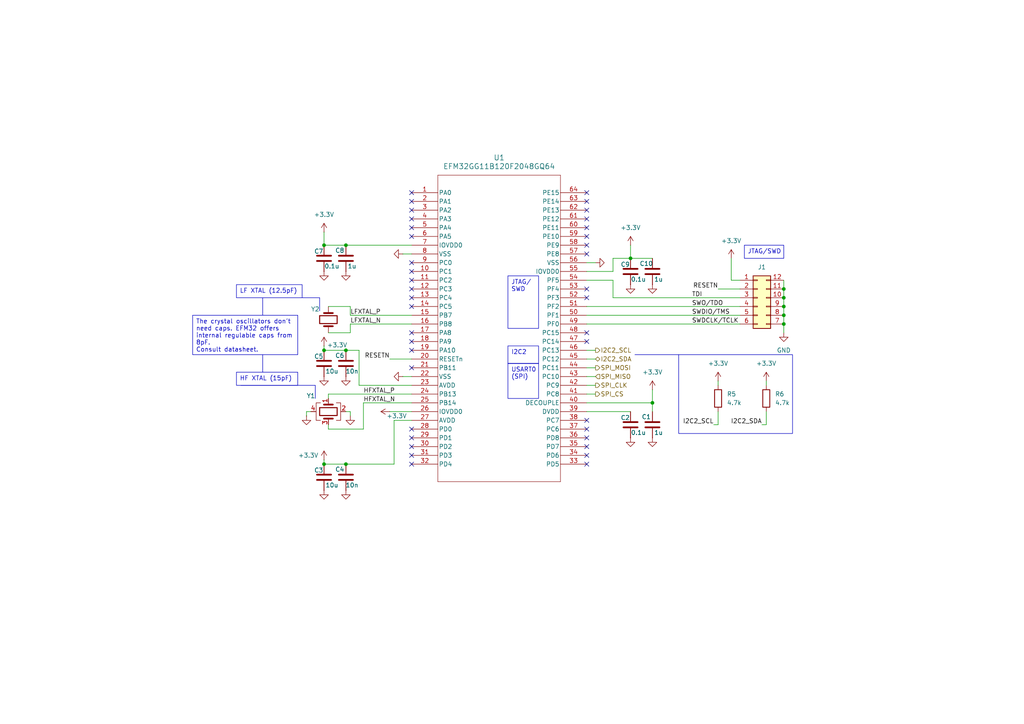
<source format=kicad_sch>
(kicad_sch (version 20231120) (generator "eeschema") (generator_version "8.0")
  (paper "A4")
  (title_block (date "2024-09-10") (rev "0") (company "Daniel Pérez"))
  (lib_symbols
    (symbol "Connector_Generic:Conn_02x06_Counter_Clockwise" (pin_names (offset 1.016) hide)
      (property "Reference" "J" (at 1.27 7.62 0))
      (property "Value" "Conn_02x06_Counter_Clockwise" (at 1.27 -10.16 0))
      (symbol "Conn_02x06_Counter_Clockwise_1_1"
        (rectangle (start -1.27 -7.493) (end 0 -7.747) (stroke (width 0.1524)))
        (rectangle (start -1.27 -4.953) (end 0 -5.207) (stroke (width 0.1524)))
        (rectangle (start -1.27 -2.413) (end 0 -2.667) (stroke (width 0.1524)))
        (rectangle (start -1.27 0.127) (end 0 -0.127) (stroke (width 0.1524)))
        (rectangle (start -1.27 2.667) (end 0 2.413) (stroke (width 0.1524)))
        (rectangle (start -1.27 5.207) (end 0 4.953) (stroke (width 0.1524)))
        (rectangle (start -1.27 6.35) (end 3.81 -8.89) (stroke (width 0.254)) (fill (type background)))
        (rectangle (start 3.81 -7.493) (end 2.54 -7.747) (stroke (width 0.1524)))
        (rectangle (start 3.81 -4.953) (end 2.54 -5.207) (stroke (width 0.1524)))
        (rectangle (start 3.81 -2.413) (end 2.54 -2.667) (stroke (width 0.1524)))
        (rectangle (start 3.81 0.127) (end 2.54 -0.127) (stroke (width 0.1524)))
        (rectangle (start 3.81 2.667) (end 2.54 2.413) (stroke (width 0.1524)))
        (rectangle (start 3.81 5.207) (end 2.54 4.953) (stroke (width 0.1524)))
        (pin passive line (at -5.08 5.08 0) (length 3.81) (name "Pin_1") (number "1"))
        (pin passive line (at 7.62 0 180) (length 3.81) (name "Pin_10") (number "10"))
        (pin passive line (at 7.62 2.54 180) (length 3.81) (name "Pin_11") (number "11"))
        (pin passive line (at 7.62 5.08 180) (length 3.81) (name "Pin_12") (number "12"))
        (pin passive line (at -5.08 2.54 0) (length 3.81) (name "Pin_2") (number "2"))
        (pin passive line (at -5.08 0 0) (length 3.81) (name "Pin_3") (number "3"))
        (pin passive line (at -5.08 -2.54 0) (length 3.81) (name "Pin_4") (number "4"))
        (pin passive line (at -5.08 -5.08 0) (length 3.81) (name "Pin_5") (number "5"))
        (pin passive line (at -5.08 -7.62 0) (length 3.81) (name "Pin_6") (number "6"))
        (pin passive line (at 7.62 -7.62 180) (length 3.81) (name "Pin_7") (number "7"))
        (pin passive line (at 7.62 -5.08 180) (length 3.81) (name "Pin_8") (number "8"))
        (pin passive line (at 7.62 -2.54 180) (length 3.81) (name "Pin_9") (number "9"))
      )
    )
    (symbol "Device:C" (pin_numbers hide) (pin_names (offset 0.254))
      (property "Reference" "C" (at 0.635 2.54 0))
      (property "Value" "C" (at 0.635 -2.54 0))
      (symbol "C_0_1"
        (polyline (pts (xy -2.032 -0.762) (xy 2.032 -0.762)) (stroke (width 0.508)))
        (polyline (pts (xy -2.032 0.762) (xy 2.032 0.762)) (stroke (width 0.508)))
      )
      (symbol "C_1_1"
        (pin passive line (at 0 3.81 270) (length 2.794) (name "~") (number "1"))
        (pin passive line (at 0 -3.81 90) (length 2.794) (name "~") (number "2"))
      )
    )
    (symbol "Device:Crystal" (pin_numbers hide) (pin_names (offset 1.016) hide)
      (property "Reference" "Y" (at 0 3.81 0))
      (property "Value" "Crystal" (at 0 -3.81 0))
      (symbol "Crystal_0_1"
        (rectangle (start -1.143 2.54) (end 1.143 -2.54) (stroke (width 0.3048)))
        (polyline (pts (xy -2.54 0) (xy -1.905 0)))
        (polyline (pts (xy -1.905 -1.27) (xy -1.905 1.27)) (stroke (width 0.508)))
        (polyline (pts (xy 1.905 -1.27) (xy 1.905 1.27)) (stroke (width 0.508)))
        (polyline (pts (xy 2.54 0) (xy 1.905 0)))
      )
      (symbol "Crystal_1_1"
        (pin passive line (at -3.81 0 0) (length 1.27) (name "1") (number "1"))
        (pin passive line (at 3.81 0 180) (length 1.27) (name "2") (number "2"))
      )
    )
    (symbol "Device:Crystal_GND24" (pin_names (offset 1.016) hide)
      (property "Reference" "Y" (at 3.175 5.08 0))
      (property "Value" "Crystal_GND24" (at 3.175 3.175 0))
      (symbol "Crystal_GND24_0_1"
        (rectangle (start -1.143 2.54) (end 1.143 -2.54) (stroke (width 0.3048)))
        (polyline (pts (xy -2.54 0) (xy -2.032 0)))
        (polyline (pts (xy -2.032 -1.27) (xy -2.032 1.27)) (stroke (width 0.508)))
        (polyline (pts (xy 0 -3.81) (xy 0 -3.556)))
        (polyline (pts (xy 0 3.556) (xy 0 3.81)))
        (polyline (pts (xy 2.032 -1.27) (xy 2.032 1.27)) (stroke (width 0.508)))
        (polyline (pts (xy 2.032 0) (xy 2.54 0)))
        (polyline (pts (xy -2.54 -2.286) (xy -2.54 -3.556) (xy 2.54 -3.556) (xy 2.54 -2.286)))
        (polyline (pts (xy -2.54 2.286) (xy -2.54 3.556) (xy 2.54 3.556) (xy 2.54 2.286)))
      )
      (symbol "Crystal_GND24_1_1"
        (pin passive line (at -3.81 0 0) (length 1.27) (name "1") (number "1"))
        (pin passive line (at 0 5.08 270) (length 1.27) (name "2") (number "2"))
        (pin passive line (at 3.81 0 180) (length 1.27) (name "3") (number "3"))
        (pin passive line (at 0 -5.08 90) (length 1.27) (name "4") (number "4"))
      )
    )
    (symbol "Device:R" (pin_numbers hide) (pin_names (offset 0))
      (property "Reference" "R" (at 2.032 0 90))
      (property "Value" "R" (at 0 0 90))
      (symbol "R_0_1"
        (rectangle (start -1.016 -2.54) (end 1.016 2.54) (stroke (width 0.254)))
      )
      (symbol "R_1_1"
        (pin passive line (at 0 3.81 270) (length 1.27) (name "~") (number "1"))
        (pin passive line (at 0 -3.81 90) (length 1.27) (name "~") (number "2"))
      )
    )
    (symbol "EFM32GG11B120F2048GQ64:EFM32GG11B120F2048GQ64" (pin_names (offset 0.254))
      (property "Reference" "U" (at 25.4 10.16 0))
      (property "Value" "EFM32GG11B120F2048GQ64" (at 25.4 7.62 0))
      (symbol "EFM32GG11B120F2048GQ64_0_1"
        (polyline (pts (xy 7.62 -83.82) (xy 43.18 -83.82)) (stroke (width 0.127)))
        (polyline (pts (xy 7.62 5.08) (xy 7.62 -83.82)) (stroke (width 0.127)))
        (polyline (pts (xy 43.18 -83.82) (xy 43.18 5.08)) (stroke (width 0.127)))
        (polyline (pts (xy 43.18 5.08) (xy 7.62 5.08)) (stroke (width 0.127)))
        (pin bidirectional line (at 0 0 0) (length 7.62) (name "PA0") (number "1"))
        (pin bidirectional line (at 0 -22.86 0) (length 7.62) (name "PC1") (number "10"))
        (pin bidirectional line (at 0 -25.4 0) (length 7.62) (name "PC2") (number "11"))
        (pin bidirectional line (at 0 -27.94 0) (length 7.62) (name "PC3") (number "12"))
        (pin bidirectional line (at 0 -30.48 0) (length 7.62) (name "PC4") (number "13"))
        (pin bidirectional line (at 0 -33.02 0) (length 7.62) (name "PC5") (number "14"))
        (pin bidirectional line (at 0 -35.56 0) (length 7.62) (name "PB7") (number "15"))
        (pin bidirectional line (at 0 -38.1 0) (length 7.62) (name "PB8") (number "16"))
        (pin bidirectional line (at 0 -40.64 0) (length 7.62) (name "PA8") (number "17"))
        (pin bidirectional line (at 0 -43.18 0) (length 7.62) (name "PA9") (number "18"))
        (pin bidirectional line (at 0 -45.72 0) (length 7.62) (name "PA10") (number "19"))
        (pin bidirectional line (at 0 -2.54 0) (length 7.62) (name "PA1") (number "2"))
        (pin input line (at 0 -48.26 0) (length 7.62) (name "RESETn") (number "20"))
        (pin bidirectional line (at 0 -50.8 0) (length 7.62) (name "PB11") (number "21"))
        (pin power_in line (at 0 -53.34 0) (length 7.62) (name "VSS") (number "22"))
        (pin power_in line (at 0 -55.88 0) (length 7.62) (name "AVDD") (number "23"))
        (pin bidirectional line (at 0 -58.42 0) (length 7.62) (name "PB13") (number "24"))
        (pin bidirectional line (at 0 -60.96 0) (length 7.62) (name "PB14") (number "25"))
        (pin power_in line (at 0 -63.5 0) (length 7.62) (name "IOVDD0") (number "26"))
        (pin power_in line (at 0 -66.04 0) (length 7.62) (name "AVDD") (number "27"))
        (pin bidirectional line (at 0 -68.58 0) (length 7.62) (name "PD0") (number "28"))
        (pin bidirectional line (at 0 -71.12 0) (length 7.62) (name "PD1") (number "29"))
        (pin bidirectional line (at 0 -5.08 0) (length 7.62) (name "PA2") (number "3"))
        (pin bidirectional line (at 0 -73.66 0) (length 7.62) (name "PD2") (number "30"))
        (pin bidirectional line (at 0 -76.2 0) (length 7.62) (name "PD3") (number "31"))
        (pin bidirectional line (at 0 -78.74 0) (length 7.62) (name "PD4") (number "32"))
        (pin bidirectional line (at 50.8 -78.74 180) (length 7.62) (name "PD5") (number "33"))
        (pin bidirectional line (at 50.8 -76.2 180) (length 7.62) (name "PD6") (number "34"))
        (pin bidirectional line (at 50.8 -73.66 180) (length 7.62) (name "PD7") (number "35"))
        (pin bidirectional line (at 50.8 -71.12 180) (length 7.62) (name "PD8") (number "36"))
        (pin bidirectional line (at 50.8 -68.58 180) (length 7.62) (name "PC6") (number "37"))
        (pin bidirectional line (at 50.8 -66.04 180) (length 7.62) (name "PC7") (number "38"))
        (pin power_in line (at 50.8 -63.5 180) (length 7.62) (name "DVDD") (number "39"))
        (pin bidirectional line (at 0 -7.62 0) (length 7.62) (name "PA3") (number "4"))
        (pin output line (at 50.8 -60.96 180) (length 7.62) (name "DECOUPLE") (number "40"))
        (pin bidirectional line (at 50.8 -58.42 180) (length 7.62) (name "PC8") (number "41"))
        (pin bidirectional line (at 50.8 -55.88 180) (length 7.62) (name "PC9") (number "42"))
        (pin bidirectional line (at 50.8 -53.34 180) (length 7.62) (name "PC10") (number "43"))
        (pin bidirectional line (at 50.8 -50.8 180) (length 7.62) (name "PC11") (number "44"))
        (pin bidirectional line (at 50.8 -48.26 180) (length 7.62) (name "PC12") (number "45"))
        (pin bidirectional line (at 50.8 -45.72 180) (length 7.62) (name "PC13") (number "46"))
        (pin bidirectional line (at 50.8 -43.18 180) (length 7.62) (name "PC14") (number "47"))
        (pin bidirectional line (at 50.8 -40.64 180) (length 7.62) (name "PC15") (number "48"))
        (pin bidirectional line (at 50.8 -38.1 180) (length 7.62) (name "PF0") (number "49"))
        (pin bidirectional line (at 0 -10.16 0) (length 7.62) (name "PA4") (number "5"))
        (pin bidirectional line (at 50.8 -35.56 180) (length 7.62) (name "PF1") (number "50"))
        (pin bidirectional line (at 50.8 -33.02 180) (length 7.62) (name "PF2") (number "51"))
        (pin bidirectional line (at 50.8 -30.48 180) (length 7.62) (name "PF3") (number "52"))
        (pin bidirectional line (at 50.8 -27.94 180) (length 7.62) (name "PF4") (number "53"))
        (pin bidirectional line (at 50.8 -25.4 180) (length 7.62) (name "PF5") (number "54"))
        (pin power_in line (at 50.8 -22.86 180) (length 7.62) (name "IOVDD0") (number "55"))
        (pin power_in line (at 50.8 -20.32 180) (length 7.62) (name "VSS") (number "56"))
        (pin bidirectional line (at 50.8 -17.78 180) (length 7.62) (name "PE8") (number "57"))
        (pin bidirectional line (at 50.8 -15.24 180) (length 7.62) (name "PE9") (number "58"))
        (pin bidirectional line (at 50.8 -12.7 180) (length 7.62) (name "PE10") (number "59"))
        (pin bidirectional line (at 0 -12.7 0) (length 7.62) (name "PA5") (number "6"))
        (pin bidirectional line (at 50.8 -10.16 180) (length 7.62) (name "PE11") (number "60"))
        (pin bidirectional line (at 50.8 -7.62 180) (length 7.62) (name "PE12") (number "61"))
        (pin bidirectional line (at 50.8 -5.08 180) (length 7.62) (name "PE13") (number "62"))
        (pin bidirectional line (at 50.8 -2.54 180) (length 7.62) (name "PE14") (number "63"))
        (pin bidirectional line (at 50.8 0 180) (length 7.62) (name "PE15") (number "64"))
        (pin power_in line (at 0 -15.24 0) (length 7.62) (name "IOVDD0") (number "7"))
        (pin power_in line (at 0 -17.78 0) (length 7.62) (name "VSS") (number "8"))
        (pin bidirectional line (at 0 -20.32 0) (length 7.62) (name "PC0") (number "9"))
      )
    )
    (symbol "power:+3.3V" (power) (pin_numbers hide) (pin_names (offset 0) hide)
      (property "Value" "+3.3V" (at 0 3.556 0))
      (symbol "+3.3V_0_1"
        (polyline (pts (xy -0.762 1.27) (xy 0 2.54)))
        (polyline (pts (xy 0 0) (xy 0 2.54)))
        (polyline (pts (xy 0 2.54) (xy 0.762 1.27)))
      )
      (symbol "+3.3V_1_1"
        (pin power_in line (at 0 0 90) (length 0) (name "~") (number "1"))
      )
    )
    (symbol "power:GND" (power) (pin_numbers hide) (pin_names (offset 0) hide)
      (property "Value" "GND" (at 0 -3.81 0))
      (symbol "GND_0_1"
        (polyline (pts (xy 0 0) (xy 0 -1.27) (xy 1.27 -1.27) (xy 0 -2.54) (xy -1.27 -1.27) (xy 0 -1.27)))
      )
      (symbol "GND_1_1"
        (pin power_in line (at 0 0 270) (length 0) (name "~") (number "1"))
      )
    )
  )
  (junction (at 189.23 116.84))
  (junction (at 100.33 71.12))
  (junction (at 93.98 134.62))
  (junction (at 182.88 74.93))
  (junction (at 227.33 88.9))
  (junction (at 227.33 91.44))
  (junction (at 227.33 93.98))
  (junction (at 93.98 101.6))
  (junction (at 100.33 134.62))
  (junction (at 227.33 83.82))
  (junction (at 93.98 71.12))
  (junction (at 100.33 101.6))
  (junction (at 227.33 86.36))
  (no_connect (at 119.38 66.04))
  (no_connect (at 119.38 134.62))
  (no_connect (at 170.18 124.46))
  (no_connect (at 170.18 71.12))
  (no_connect (at 170.18 68.58))
  (no_connect (at 170.18 86.36))
  (no_connect (at 119.38 76.2))
  (no_connect (at 119.38 63.5))
  (no_connect (at 170.18 127))
  (no_connect (at 119.38 127))
  (no_connect (at 119.38 88.9))
  (no_connect (at 119.38 83.82))
  (no_connect (at 170.18 99.06))
  (no_connect (at 119.38 68.58))
  (no_connect (at 119.38 124.46))
  (no_connect (at 170.18 129.54))
  (no_connect (at 170.18 58.42))
  (no_connect (at 170.18 121.92))
  (no_connect (at 119.38 78.74))
  (no_connect (at 119.38 99.06))
  (no_connect (at 170.18 134.62))
  (no_connect (at 119.38 129.54))
  (no_connect (at 119.38 106.68))
  (no_connect (at 119.38 60.96))
  (no_connect (at 170.18 63.5))
  (no_connect (at 170.18 60.96))
  (no_connect (at 170.18 66.04))
  (no_connect (at 119.38 81.28))
  (no_connect (at 170.18 132.08))
  (no_connect (at 119.38 58.42))
  (no_connect (at 119.38 86.36))
  (no_connect (at 170.18 83.82))
  (no_connect (at 119.38 96.52))
  (no_connect (at 119.38 132.08))
  (no_connect (at 119.38 55.88))
  (no_connect (at 119.38 101.6))
  (no_connect (at 170.18 96.52))
  (no_connect (at 170.18 73.66))
  (no_connect (at 170.18 55.88))
  (wire (pts (xy 95.25 124.46) (xy 95.25 123.19)))
  (wire (pts (xy 104.14 111.76) (xy 119.38 111.76)))
  (polyline (pts (xy 69.85 111.76) (xy 91.44 111.76)))
  (wire (pts (xy 177.8 81.28) (xy 177.8 86.36)))
  (wire (pts (xy 100.33 71.12) (xy 119.38 71.12)))
  (polyline (pts (xy 71.12 86.36) (xy 92.71 86.36)))
  (wire (pts (xy 170.18 119.38) (xy 182.88 119.38)))
  (wire (pts (xy 114.3 121.92) (xy 119.38 121.92)))
  (wire (pts (xy 101.6 88.9) (xy 101.6 91.44)))
  (wire (pts (xy 100.33 134.62) (xy 114.3 134.62)))
  (wire (pts (xy 113.03 104.14) (xy 119.38 104.14)))
  (wire (pts (xy 227.33 91.44) (xy 227.33 93.98)))
  (polyline (pts (xy 92.71 86.36) (xy 92.71 90.17)))
  (wire (pts (xy 95.25 114.3) (xy 119.38 114.3)))
  (wire (pts (xy 189.23 116.84) (xy 189.23 119.38)))
  (wire (pts (xy 177.8 78.74) (xy 177.8 74.93)))
  (wire (pts (xy 207.01 123.19) (xy 208.28 123.19)))
  (wire (pts (xy 220.98 123.19) (xy 222.25 123.19)))
  (wire (pts (xy 177.8 74.93) (xy 182.88 74.93)))
  (wire (pts (xy 170.18 76.2) (xy 172.72 76.2)))
  (wire (pts (xy 227.33 81.28) (xy 227.33 83.82)))
  (wire (pts (xy 95.25 88.9) (xy 101.6 88.9)))
  (wire (pts (xy 170.18 88.9) (xy 214.63 88.9)))
  (wire (pts (xy 101.6 93.98) (xy 119.38 93.98)))
  (wire (pts (xy 189.23 113.03) (xy 189.23 116.84)))
  (wire (pts (xy 100.33 101.6) (xy 104.14 101.6)))
  (wire (pts (xy 170.18 106.68) (xy 172.72 106.68)))
  (polyline (pts (xy 76.2 102.87) (xy 76.2 107.95)))
  (wire (pts (xy 170.18 116.84) (xy 189.23 116.84)))
  (wire (pts (xy 227.33 93.98) (xy 227.33 96.52)))
  (wire (pts (xy 101.6 91.44) (xy 119.38 91.44)))
  (wire (pts (xy 227.33 86.36) (xy 227.33 88.9)))
  (wire (pts (xy 101.6 119.38) (xy 101.6 120.65)))
  (wire (pts (xy 114.3 121.92) (xy 114.3 134.62)))
  (wire (pts (xy 101.6 93.98) (xy 101.6 96.52)))
  (polyline (pts (xy 76.2 86.36) (xy 76.2 91.44)))
  (wire (pts (xy 104.14 111.76) (xy 104.14 101.6)))
  (wire (pts (xy 170.18 93.98) (xy 214.63 93.98)))
  (wire (pts (xy 212.09 81.28) (xy 214.63 81.28)))
  (wire (pts (xy 222.25 123.19) (xy 222.25 119.38)))
  (wire (pts (xy 93.98 134.62) (xy 100.33 134.62)))
  (wire (pts (xy 116.84 73.66) (xy 119.38 73.66)))
  (wire (pts (xy 116.84 109.22) (xy 119.38 109.22)))
  (polyline (pts (xy 91.44 111.76) (xy 91.44 115.57)))
  (wire (pts (xy 95.25 96.52) (xy 101.6 96.52)))
  (wire (pts (xy 170.18 114.3) (xy 172.72 114.3)))
  (wire (pts (xy 170.18 111.76) (xy 172.72 111.76)))
  (wire (pts (xy 93.98 133.35) (xy 93.98 134.62)))
  (wire (pts (xy 88.9 119.38) (xy 90.17 119.38)))
  (wire (pts (xy 105.41 116.84) (xy 119.38 116.84)))
  (wire (pts (xy 105.41 124.46) (xy 105.41 116.84)))
  (wire (pts (xy 208.28 123.19) (xy 208.28 119.38)))
  (wire (pts (xy 93.98 67.31) (xy 93.98 71.12)))
  (wire (pts (xy 170.18 101.6) (xy 172.72 101.6)))
  (wire (pts (xy 95.25 115.57) (xy 95.25 114.3)))
  (wire (pts (xy 95.25 124.46) (xy 105.41 124.46)))
  (polyline (pts (xy 184.15 102.87) (xy 196.85 102.87)))
  (wire (pts (xy 170.18 109.22) (xy 172.72 109.22)))
  (wire (pts (xy 170.18 78.74) (xy 177.8 78.74)))
  (wire (pts (xy 227.33 88.9) (xy 227.33 91.44)))
  (wire (pts (xy 177.8 86.36) (xy 214.63 86.36)))
  (wire (pts (xy 170.18 91.44) (xy 214.63 91.44)))
  (wire (pts (xy 222.25 110.49) (xy 222.25 111.76)))
  (wire (pts (xy 93.98 100.33) (xy 93.98 101.6)))
  (wire (pts (xy 212.09 74.93) (xy 212.09 81.28)))
  (wire (pts (xy 170.18 104.14) (xy 172.72 104.14)))
  (wire (pts (xy 182.88 74.93) (xy 189.23 74.93)))
  (wire (pts (xy 182.88 71.12) (xy 182.88 74.93)))
  (wire (pts (xy 227.33 83.82) (xy 227.33 86.36)))
  (wire (pts (xy 93.98 101.6) (xy 100.33 101.6)))
  (wire (pts (xy 101.6 119.38) (xy 100.33 119.38)))
  (wire (pts (xy 113.03 119.38) (xy 119.38 119.38)))
  (wire (pts (xy 208.28 83.82) (xy 214.63 83.82)))
  (wire (pts (xy 93.98 71.12) (xy 100.33 71.12)))
  (wire (pts (xy 88.9 119.38) (xy 88.9 120.65)))
  (wire (pts (xy 208.28 110.49) (xy 208.28 111.76)))
  (wire (pts (xy 170.18 81.28) (xy 177.8 81.28)))
  (rectangle (start 196.85 102.87) (end 229.87 125.73))
  (text_box "JTAG/\nSWD" (at 147.32 80.01 0) (size 8.89 15.24) (effects (font (size 1.27 1.27)) (justify left top)))
  (text_box "JTAG/SWD" (at 215.9 71.12 0) (size 11.43 3.81) (effects (font (size 1.27 1.27)) (justify left top)))
  (text_box "The crystal oscillators don't need caps. EFM32 offers internal regulable caps from 8pF.\nConsult datasheet." (at 55.88 91.44 0) (size 30.48 11.43) (effects (font (size 1.27 1.27)) (justify left top)))
  (text_box "HF XTAL (15pF)" (at 68.58 107.95 0) (size 17.78 3.81) (effects (font (size 1.27 1.27)) (justify left top)))
  (text_box "I2C2" (at 147.32 100.33 0) (size 8.89 5.08) (effects (font (size 1.27 1.27)) (justify left top)))
  (text_box "USART0 (SPI)" (at 147.32 105.41 0) (size 8.89 10.16) (effects (font (size 1.27 1.27)) (justify left top)))
  (text_box "LF XTAL (12.5pF)" (at 68.58 82.55 0) (size 19.05 3.81) (effects (font (size 1.27 1.27)) (justify left top)))
  (label "TDI" (at 200.66 86.36 0))
  (label "RESETN" (at 113.03 104.14 180))
  (label "HFXTAL_N" (at 105.41 116.84 0))
  (label "SWDCLK{slash}TCLK" (at 200.66 93.98 0))
  (label "LFXTAL_N" (at 101.6 93.98 0))
  (label "SWDIO{slash}TMS" (at 200.66 91.44 0))
  (label "HFXTAL_P" (at 105.41 114.3 0))
  (label "RESETN" (at 208.28 83.82 180))
  (label "SWO{slash}TDO" (at 200.66 88.9 0))
  (label "I2C2_SCL" (at 207.01 123.19 180))
  (label "I2C2_SDA" (at 220.98 123.19 180))
  (label "LFXTAL_P" (at 101.6 91.44 0))
  (hierarchical_label "I2C2_SDA" (shape bidirectional) (at 172.72 104.14 0))
  (hierarchical_label "SPI_MOSI" (shape output) (at 172.72 106.68 0))
  (hierarchical_label "I2C2_SCL" (shape output) (at 172.72 101.6 0))
  (hierarchical_label "SPI_CLK" (shape output) (at 172.72 111.76 0))
  (hierarchical_label "SPI_MISO" (shape input) (at 172.72 109.22 0))
  (hierarchical_label "SPI_CS" (shape output) (at 172.72 114.3 0))
  (symbol (lib_id "power:+3.3V") (at 93.98 67.31 0) (unit 1)
    (property "Reference" "#PWR03" (effects (hide yes)))
    (property "Value" "+3.3V" (at 93.98 62.23 0))
    (property "Description" "Power symbol creates a global label with name \"+3.3V\"" (effects (hide yes)))
  )
  (symbol (lib_id "power:GND") (at 182.88 127 0) (unit 1)
    (property "Reference" "#PWR07" (effects (hide yes)))
    (property "Value" "GND" (effects (hide yes)))
    (property "Description" "Power symbol creates a global label with name \"GND\" , ground" (effects (hide yes)))
  )
  (symbol (lib_id "power:GND") (at 93.98 109.22 0) (unit 1)
    (property "Reference" "#PWR013" (effects (hide yes)))
    (property "Value" "GND" (effects (hide yes)))
    (property "Description" "Power symbol creates a global label with name \"GND\" , ground" (effects (hide yes)))
  )
  (symbol (lib_id "Device:C") (at 100.33 74.93 0) (unit 1)
    (property "Reference" "C8" (at 98.552 72.644 0))
    (property "Value" "1u" (at 102.108 77.216 0))
    (property "Footprint" "Capacitor_SMD:C_0805_2012Metric_Pad1.18x1.45mm_HandSolder" (effects (hide yes)))
    (property "Description" "Unpolarized capacitor" (effects (hide yes)))
  )
  (symbol (lib_id "power:GND") (at 116.84 73.66 270) (unit 1)
    (property "Reference" "#PWR019" (effects (hide yes)))
    (property "Value" "GND" (effects (hide yes)))
    (property "Description" "Power symbol creates a global label with name \"GND\" , ground" (effects (hide yes)))
  )
  (symbol (lib_id "Device:C") (at 100.33 105.41 0) (unit 1)
    (property "Reference" "C6" (at 98.552 103.124 0))
    (property "Value" "10n" (at 102.108 107.696 0))
    (property "Footprint" "Capacitor_SMD:C_0805_2012Metric_Pad1.18x1.45mm_HandSolder" (effects (hide yes)))
    (property "Description" "Unpolarized capacitor" (effects (hide yes)))
  )
  (symbol (lib_id "Device:C") (at 182.88 78.74 0) (unit 1)
    (property "Reference" "C9" (at 181.356 76.708 0))
    (property "Value" "0.1u" (at 185.166 81.026 0))
    (property "Footprint" "Capacitor_SMD:C_0805_2012Metric_Pad1.18x1.45mm_HandSolder" (effects (hide yes)))
    (property "Description" "Unpolarized capacitor" (effects (hide yes)))
  )
  (symbol (lib_id "Device:Crystal") (at 95.25 92.71 270) (unit 1)
    (property "Reference" "Y2" (at 90.17 89.662 90) (effects (justify left)))
    (property "Value" "Crystal" (effects (hide yes)))
    (property "Footprint" "Crystal:Crystal_SMD_EuroQuartz_EQ161-2Pin_3.2x1.5mm_HandSoldering" (effects (hide yes)))
    (property "Description" "Two pin crystal" (effects (hide yes)))
  )
  (symbol (lib_id "power:+3.3V") (at 208.28 110.49 0) (unit 1)
    (property "Reference" "#PWR027" (effects (hide yes)))
    (property "Value" "+3.3V" (at 208.28 105.41 0))
    (property "Description" "Power symbol creates a global label with name \"+3.3V\"" (effects (hide yes)))
  )
  (symbol (lib_id "power:+3.3V") (at 113.03 119.38 90) (unit 1)
    (property "Reference" "#PWR04" (effects (hide yes)))
    (property "Value" "+3.3V" (at 115.062 120.65 90))
    (property "Description" "Power symbol creates a global label with name \"+3.3V\"" (effects (hide yes)))
  )
  (symbol (lib_id "Device:C") (at 93.98 138.43 0) (unit 1)
    (property "Reference" "C3" (at 92.456 136.398 0))
    (property "Value" "10u" (at 96.266 140.716 0))
    (property "Footprint" "Capacitor_SMD:C_0805_2012Metric_Pad1.18x1.45mm_HandSolder" (effects (hide yes)))
    (property "Description" "Unpolarized capacitor" (effects (hide yes)))
  )
  (symbol (lib_id "power:GND") (at 189.23 82.55 0) (unit 1)
    (property "Reference" "#PWR018" (effects (hide yes)))
    (property "Value" "GND" (effects (hide yes)))
    (property "Description" "Power symbol creates a global label with name \"GND\" , ground" (effects (hide yes)))
  )
  (symbol (lib_id "power:GND") (at 93.98 142.24 0) (unit 1)
    (property "Reference" "#PWR09" (effects (hide yes)))
    (property "Value" "GND" (effects (hide yes)))
    (property "Description" "Power symbol creates a global label with name \"GND\" , ground" (effects (hide yes)))
  )
  (symbol (lib_id "power:GND") (at 100.33 109.22 0) (unit 1)
    (property "Reference" "#PWR014" (effects (hide yes)))
    (property "Value" "GND" (effects (hide yes)))
    (property "Description" "Power symbol creates a global label with name \"GND\" , ground" (effects (hide yes)))
  )
  (symbol (lib_id "power:GND") (at 93.98 78.74 0) (unit 1)
    (property "Reference" "#PWR015" (effects (hide yes)))
    (property "Value" "GND" (effects (hide yes)))
    (property "Description" "Power symbol creates a global label with name \"GND\" , ground" (effects (hide yes)))
  )
  (symbol (lib_id "power:GND") (at 100.33 78.74 0) (unit 1)
    (property "Reference" "#PWR016" (effects (hide yes)))
    (property "Value" "GND" (effects (hide yes)))
    (property "Description" "Power symbol creates a global label with name \"GND\" , ground" (effects (hide yes)))
  )
  (symbol (lib_id "Device:C") (at 182.88 123.19 0) (unit 1)
    (property "Reference" "C2" (at 181.356 121.158 0))
    (property "Value" "0.1u" (at 185.166 125.476 0))
    (property "Footprint" "Capacitor_SMD:C_0805_2012Metric_Pad1.18x1.45mm_HandSolder" (effects (hide yes)))
    (property "Description" "Unpolarized capacitor" (effects (hide yes)))
  )
  (symbol (lib_id "power:+3.3V") (at 182.88 71.12 0) (unit 1)
    (property "Reference" "#PWR05" (effects (hide yes)))
    (property "Value" "+3.3V" (at 182.88 66.04 0))
    (property "Description" "Power symbol creates a global label with name \"+3.3V\"" (effects (hide yes)))
  )
  (symbol (lib_id "Device:C") (at 189.23 123.19 0) (unit 1)
    (property "Reference" "C1" (at 187.452 120.904 0))
    (property "Value" "1u" (at 191.008 125.476 0))
    (property "Footprint" "Capacitor_SMD:C_0805_2012Metric_Pad1.18x1.45mm_HandSolder" (effects (hide yes)))
    (property "Description" "Unpolarized capacitor" (effects (hide yes)))
  )
  (symbol (lib_id "power:GND") (at 182.88 82.55 0) (unit 1)
    (property "Reference" "#PWR017" (effects (hide yes)))
    (property "Value" "GND" (effects (hide yes)))
    (property "Description" "Power symbol creates a global label with name \"GND\" , ground" (effects (hide yes)))
  )
  (symbol (lib_id "Device:R") (at 208.28 115.57 0) (unit 1)
    (property "Reference" "R5" (at 210.82 114.2999 0) (effects (justify left)))
    (property "Value" "4.7k" (at 210.82 116.8399 0) (effects (justify left)))
    (property "Footprint" "Resistor_SMD:R_0805_2012Metric_Pad1.20x1.40mm_HandSolder" (effects (hide yes)))
    (property "Description" "Resistor" (effects (hide yes)))
  )
  (symbol (lib_id "power:GND") (at 88.9 120.65 0) (unit 1)
    (property "Reference" "#PWR022" (effects (hide yes)))
    (property "Value" "GND" (effects (hide yes)))
    (property "Description" "Power symbol creates a global label with name \"GND\" , ground" (effects (hide yes)))
  )
  (symbol (lib_id "power:+3.3V") (at 189.23 113.03 0) (unit 1)
    (property "Reference" "#PWR08" (effects (hide yes)))
    (property "Value" "+3.3V" (at 189.23 107.95 0))
    (property "Description" "Power symbol creates a global label with name \"+3.3V\"" (effects (hide yes)))
  )
  (symbol (lib_id "Device:C") (at 189.23 78.74 0) (unit 1)
    (property "Reference" "C10" (at 187.452 76.454 0))
    (property "Value" "1u" (at 191.008 81.026 0))
    (property "Footprint" "Capacitor_SMD:C_0805_2012Metric_Pad1.18x1.45mm_HandSolder" (effects (hide yes)))
    (property "Description" "Unpolarized capacitor" (effects (hide yes)))
  )
  (symbol (lib_id "Device:Crystal_GND24") (at 95.25 119.38 270) (unit 1)
    (property "Reference" "Y1" (at 90.17 114.808 90))
    (property "Value" "Crystal_GND24" (effects (hide yes)))
    (property "Footprint" "Crystal:Crystal_SMD_3225-4Pin_3.2x2.5mm_HandSoldering" (effects (hide yes)))
    (property "Description" "Four pin crystal, GND on pins 2 and 4" (effects (hide yes)))
  )
  (symbol (lib_id "Device:C") (at 100.33 138.43 0) (unit 1)
    (property "Reference" "C4" (at 98.552 136.144 0))
    (property "Value" "10n" (at 102.108 140.716 0))
    (property "Footprint" "Capacitor_SMD:C_0805_2012Metric_Pad1.18x1.45mm_HandSolder" (effects (hide yes)))
    (property "Description" "Unpolarized capacitor" (effects (hide yes)))
  )
  (symbol (lib_id "power:+3.3V") (at 93.98 133.35 0) (unit 1)
    (property "Reference" "#PWR011" (effects (hide yes)))
    (property "Value" "+3.3V" (at 89.408 132.08 0))
    (property "Description" "Power symbol creates a global label with name \"+3.3V\"" (effects (hide yes)))
  )
  (symbol (lib_id "Device:R") (at 222.25 115.57 0) (unit 1)
    (property "Reference" "R6" (at 224.79 114.2999 0) (effects (justify left)))
    (property "Value" "4.7k" (at 224.79 116.8399 0) (effects (justify left)))
    (property "Footprint" "Resistor_SMD:R_0805_2012Metric_Pad1.20x1.40mm_HandSolder" (effects (hide yes)))
    (property "Description" "Resistor" (effects (hide yes)))
  )
  (symbol (lib_id "Device:C") (at 93.98 105.41 0) (unit 1)
    (property "Reference" "C5" (at 92.456 103.378 0))
    (property "Value" "10u" (at 96.266 107.696 0))
    (property "Footprint" "Capacitor_SMD:C_0805_2012Metric_Pad1.18x1.45mm_HandSolder" (effects (hide yes)))
    (property "Description" "Unpolarized capacitor" (effects (hide yes)))
  )
  (symbol (lib_id "power:GND") (at 227.33 96.52 0) (unit 1)
    (property "Reference" "#PWR02" (effects (hide yes)))
    (property "Value" "GND" (at 227.33 101.6 0))
    (property "Description" "Power symbol creates a global label with name \"GND\" , ground" (effects (hide yes)))
  )
  (symbol (lib_id "EFM32GG11B120F2048GQ64:EFM32GG11B120F2048GQ64") (at 119.38 55.88 0) (unit 1)
    (property "Reference" "U1" (at 144.78 45.72 0) (effects (font (size 1.524 1.524))))
    (property "Value" "EFM32GG11B120F2048GQ64" (at 144.78 48.26 0) (effects (font (size 1.524 1.524))))
    (property "Footprint" "TQFP64_10X10_SIL" (effects (hide yes)))
    (property "Datasheet" "EFM32GG11B120F2048GQ64" (effects (hide yes)))
  )
  (symbol (lib_id "power:+3.3V") (at 93.98 100.33 0) (unit 1)
    (property "Reference" "#PWR012" (effects (hide yes)))
    (property "Value" "+3.3V" (at 97.79 100.076 0))
    (property "Description" "Power symbol creates a global label with name \"+3.3V\"" (effects (hide yes)))
  )
  (symbol (lib_id "power:+3.3V") (at 212.09 74.93 0) (unit 1)
    (property "Reference" "#PWR01" (effects (hide yes)))
    (property "Value" "+3.3V" (at 212.09 69.85 0))
    (property "Description" "Power symbol creates a global label with name \"+3.3V\"" (effects (hide yes)))
  )
  (symbol (lib_id "power:GND") (at 172.72 76.2 90) (unit 1)
    (property "Reference" "#PWR020" (effects (hide yes)))
    (property "Value" "GND" (effects (hide yes)))
    (property "Description" "Power symbol creates a global label with name \"GND\" , ground" (effects (hide yes)))
  )
  (symbol (lib_id "power:GND") (at 189.23 127 0) (unit 1)
    (property "Reference" "#PWR06" (effects (hide yes)))
    (property "Value" "GND" (effects (hide yes)))
    (property "Description" "Power symbol creates a global label with name \"GND\" , ground" (effects (hide yes)))
  )
  (symbol (lib_id "power:+3.3V") (at 222.25 110.49 0) (unit 1)
    (property "Reference" "#PWR034" (effects (hide yes)))
    (property "Value" "+3.3V" (at 222.25 105.41 0))
    (property "Description" "Power symbol creates a global label with name \"+3.3V\"" (effects (hide yes)))
  )
  (symbol (lib_id "power:GND") (at 100.33 142.24 0) (unit 1)
    (property "Reference" "#PWR010" (effects (hide yes)))
    (property "Value" "GND" (effects (hide yes)))
    (property "Description" "Power symbol creates a global label with name \"GND\" , ground" (effects (hide yes)))
  )
  (symbol (lib_id "Connector_Generic:Conn_02x06_Counter_Clockwise") (at 219.71 86.36 0) (unit 1)
    (property "Reference" "J1" (at 220.98 77.47 0))
    (property "Value" "Conn_02x06_Counter_Clockwise" (effects (hide yes)))
    (property "Footprint" "Connector_PinHeader_2.54mm:PinHeader_2x06_P2.54mm_Vertical" (effects (hide yes)))
    (property "Description" "Generic connector, double row, 02x06, counter clockwise pin numbering scheme (similar to DIP package numbering), script generated (kicad-library-utils/schlib/autogen/connector/)" (effects (hide yes)))
  )
  (symbol (lib_id "power:GND") (at 101.6 120.65 0) (unit 1)
    (property "Reference" "#PWR023" (effects (hide yes)))
    (property "Value" "GND" (effects (hide yes)))
    (property "Description" "Power symbol creates a global label with name \"GND\" , ground" (effects (hide yes)))
  )
  (symbol (lib_id "Device:C") (at 93.98 74.93 0) (unit 1)
    (property "Reference" "C7" (at 92.456 72.898 0))
    (property "Value" "0.1u" (at 96.266 77.216 0))
    (property "Footprint" "Capacitor_SMD:C_0805_2012Metric_Pad1.18x1.45mm_HandSolder" (effects (hide yes)))
    (property "Description" "Unpolarized capacitor" (effects (hide yes)))
  )
  (symbol (lib_id "power:GND") (at 116.84 109.22 270) (unit 1)
    (property "Reference" "#PWR021" (effects (hide yes)))
    (property "Value" "GND" (effects (hide yes)))
    (property "Description" "Power symbol creates a global label with name \"GND\" , ground" (effects (hide yes)))
  )
)
</source>
